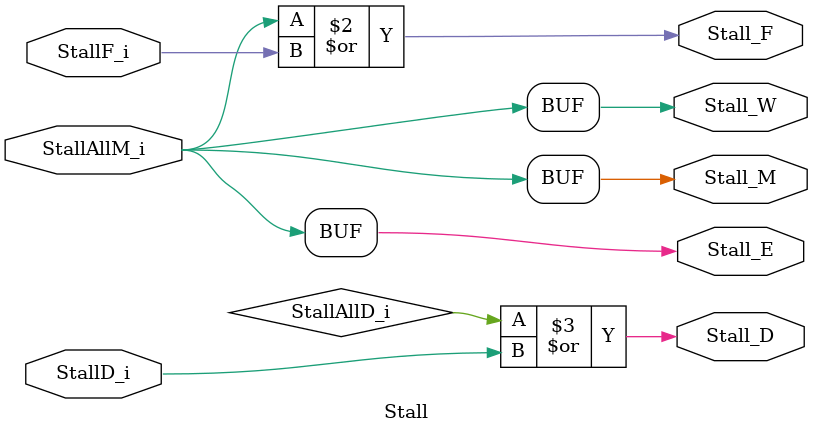
<source format=sv>
module Stall (
    //INPUT
    input logic StallAllM_i,
    input logic StallF_i,
    input logic StallD_i,
    //OUTPUT
    output logic Stall_F,
    output logic Stall_D,
    output logic Stall_E,
    output logic Stall_M,
    output logic Stall_W
);

always_comb begin
    Stall_F = StallAllM_i | StallF_i;
    Stall_D = StallAllD_i | StallD_i;
    Stall_E = StallAllM_i;
    Stall_M = StallAllM_i;
    Stall_W = StallAllM_i;
end

endmodule
</source>
